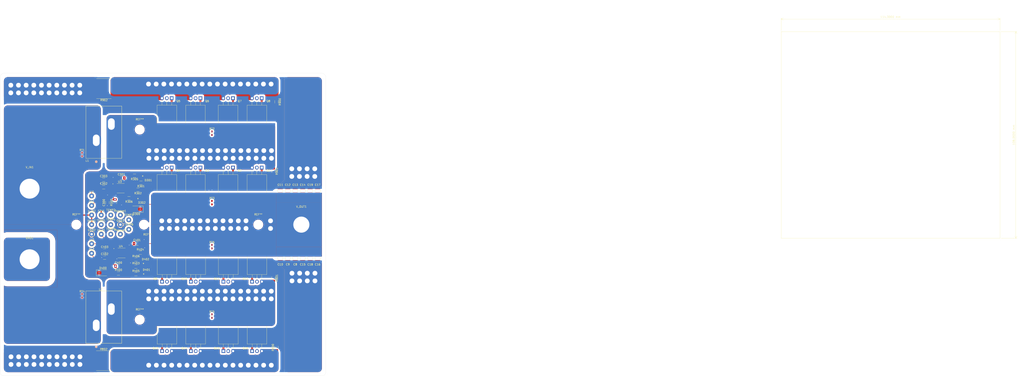
<source format=kicad_pcb>
(kicad_pcb (version 20221018) (generator pcbnew)
  (layers (0 "F.Cu" signal) (1 "In1.Cu" power) (2 "In2.Cu" signal) (31 "B.Cu" power) (34 "B.Paste" user) (35 "F.Paste" user) (36 "B.SilkS" user "B.Silkscreen") (37 "F.SilkS" user "F.Silkscreen") (38 "B.Mask" user) (39 "F.Mask" user) (44 "Edge.Cuts" user))
  (net 0 "")
  (net 1 "Vout")
  (net 2 "GND")
  (net 3 "Vin")
  (net 4 "/HO1")
  (net 5 "/LO1")
  (net 6 "/HO2")
  (net 7 "/LO2")
  (net 8 "Net-(U3-HO)")
  (net 9 "Net-(U3-LO)")
  (net 10 "/HL1")
  (net 11 "/LL1")
  (net 12 "/HL2")
  (net 13 "/LL2")
  (net 14 "/Rsense1")
  (net 15 "Net-(Q1-S)")
  (net 16 "Net-(Q10-S)")
  (net 17 "/12V")
  (net 18 "Net-(D300-K)")
  (net 19 "Net-(D400-K)")
  (net 20 "Net-(D300-A)")
  (net 21 "Net-(D400-A)")
  (net 22 "Net-(D301-K)")
  (net 23 "Net-(D302-K)")
  (net 24 "Net-(D401-K)")
  (net 25 "Net-(D402-K)")
  (net 26 "/Rsense2")
  (net 27 "Net-(U4-HO)")
  (net 28 "Net-(U4-LO)")
  (net 29 "Net-(RT1-Pad2)")
  (net 30 "Net-(RT2-Pad2)")
  (net 31 "Net-(RT3-Pad1)")
  (net 32 "Net-(RT5-Pad1)")
  (net 33 "Net-(RT4-Pad1)")
  (net 34 "Net-(RT6-Pad1)")
  (footprint "Resistor_SMD:R_1206_3216Metric_Pad1.30x1.75mm_HandSolder" (layer "F.Cu") (at 167.7 186.9 180)
    (fp_text reference "R405")
    (fp_text value "2.2")
  )
  (footprint "Resistor_SMD:R_1206_3216Metric_Pad1.30x1.75mm_HandSolder" (layer "F.Cu") (at 158.6 186.5)
    (fp_text reference "R400")
    (fp_text value "49.9")
  )
  (footprint "Resistor_SMD:R_1206_3216Metric_Pad1.30x1.75mm_HandSolder" (layer "F.Cu") (at 156.8 149.4 90)
    (fp_text reference "R300")
    (fp_text value "49.9")
  )
  (footprint "MountingHole:MountingHole_4.3mm_M4" (layer "F.Cu") (at 231.6 161)
    (fp_text reference "REF**")
    (fp_text value "MountingHole_4.3mm_M4")
  )
  (footprint "Capacitor_SMD:C_1206_3216Metric_Pad1.33x1.80mm_HandSolder" (layer "F.Cu") (at 151.385 178.2)
    (fp_text reference "C402")
    (fp_text value "33pF")
  )
  (footprint "TestPoint:TestPoint_THTPad_D2.5mm_Drill1.2mm" (layer "F.Cu") (at 154.6 161 90)
    (fp_text reference "TEMP4")
    (fp_text value "MountingHole_Pad")
  )
  (footprint "Capacitor_SMD:C_1210_3225Metric_Pad1.33x2.70mm_HandSolder" (layer "F.Cu") (at 247 178.6375 -90)
    (fp_text reference "C9")
    (fp_text value "10uF")
  )
  (footprint "Capacitor_SMD:C_1210_3225Metric_Pad1.33x2.70mm_HandSolder" (layer "F.Cu") (at 258.7 143.3375 90)
    (fp_text reference "C19")
    (fp_text value "0.1uF")
  )
  (footprint "SnapEDA Library:TO-220-3_Horizontal_TabDown no hole" (layer "F.Cu") (at 201.4 131.1875 180)
    (fp_text reference "Q3")
    (fp_text value "NMOS")
  )
  (footprint "Resistor_SMD:R_1206_3216Metric_Pad1.30x1.75mm_HandSolder" (layer "F.Cu") (at 164.1 147.2 180)
    (fp_text reference "R306")
    (fp_text value "2.2")
  )
  (footprint "SnapEDA Library:PSR500HTQFB0L10" (layer "F.Cu") (at 150.9 232.1 180)
    (fp_text reference "R802")
    (fp_text value "0.0001")
  )
  (footprint "TestPoint:TestPoint_THTPad_D2.5mm_Drill1.2mm" (layer "F.Cu") (at 159.6 166)
    (fp_text reference "Rsense2")
    (fp_text value "MountingHole_Pad")
  )
  (footprint "Capacitor_SMD:C_1206_3216Metric_Pad1.33x1.80mm_HandSolder" (layer "F.Cu") (at 158.6 182.7 180)
    (fp_text reference "C400")
    (fp_text value "22uF")
  )
  (footprint "TestPoint:TestPoint_THTPad_D2.5mm_Drill1.2mm" (layer "F.Cu") (at 164 158.5 90)
    (fp_text reference "TEMP3")
    (fp_text value "MountingHole_Pad")
  )
  (footprint "TestPoint:TestPoint_THTPad_D2.5mm_Drill1.2mm" (layer "F.Cu") (at 149.6 166)
    (fp_text reference "Vout1")
    (fp_text value "MountingHole_Pad")
  )
  (footprint "Resistor_SMD:R_1206_3216Metric_Pad1.30x1.75mm_HandSolder" (layer "F.Cu") (at 241.1 96.8 -90)
    (fp_text reference "R900")
    (fp_text value "1k")
  )
  (footprint "SnapEDA Library:TO-220-3_Horizontal_TabDown no hole" (layer "F.Cu") (at 186.4 94.8875 180)
    (fp_text reference "Q5")
    (fp_text value "NMOS")
  )
  (footprint "SnapEDA Library:TO-220-3_Horizontal_TabDown no hole" (layer "F.Cu") (at 218.4 94.9 180)
    (fp_text reference "Q7")
    (fp_text value "NMOS")
  )
  (footprint "TestPoint:TestPoint_THTPad_D2.5mm_Drill1.2mm" (layer "F.Cu") (at 149.6 161)
    (fp_text reference "TEMP1")
    (fp_text value "MountingHole_Pad")
  )
  (footprint "TestPoint:TestPoint_THTPad_D2.5mm_Drill1.2mm" (layer "F.Cu") (at 144.6 166)
    (fp_text reference "GND2")
    (fp_text value "MountingHole_Pad")
  )
  (footprint "TestPoint:TestPoint_THTPad_D2.5mm_Drill1.2mm" (layer "F.Cu") (at 159.6 161)
    (fp_text reference "GND3")
    (fp_text value "MountingHole_Pad")
  )
  (footprint "SnapEDA Library:TO-220-3_Horizontal_TabDown no hole" (layer "F.Cu") (at 233.4 131.1875 180)
    (fp_text reference "Q1")
    (fp_text value "NMOS")
  )
  (footprint "SnapEDA Library:MBRM130LT1G" (layer "F.Cu") (at 173.049 187.55)
    (fp_text reference "D401")
    (fp_text value "MBRM130LT1G" hide)
  )
  (footprint "MountingHole:MountingHole_8.4mm_M8_Pad_TopBottom" (layer "F.Cu") (at 112.2 179.1)
    (fp_text reference "GND1")
    (fp_text value "MountingHole_Pad")
  )
  (footprint "Capacitor_SMD:C_1206_3216Metric_Pad1.33x1.80mm_HandSolder" (layer "F.Cu") (at 151.4 174.5)
    (fp_text reference "C403")
    (fp_text value "33pF")
  )
  (footprint "Resistor_SMD:R_1206_3216Metric_Pad1.30x1.75mm_HandSolder" (layer "F.Cu") (at 239.5 188.9 90)
    (fp_text reference "R801")
    (fp_text value "1k")
  )
  (footprint "TestPoint:TestPoint_THTPad_D2.5mm_Drill1.2mm" (layer "F.Cu") (at 144.6 156)
    (fp_text reference "V_IN2")
    (fp_text value "MountingHole_Pad")
  )
  (footprint "SnapEDA Library:TO-220-3_Horizontal_TabDown no hole" (layer "F.Cu") (at 218.4 131.1875 180)
    (fp_text reference "Q2")
    (fp_text value "NMOS")
  )
  (footprint "TestPoint:TestPoint_THTPad_D2.5mm_Drill1.2mm" (layer "F.Cu") (at 144.6 146)
    (fp_text reference "LL1")
    (fp_text value "MountingHole_Pad")
  )
  (footprint "TestPoint:TestPoint_THTPad_D2.5mm_Drill1.2mm" (layer "F.Cu") (at 164 163.5 90)
    (fp_text reference "TEMP6")
    (fp_text value "MountingHole_Pad")
  )
  (footprint "Resistor_SMD:R_0603_1608Metric_Pad0.98x0.95mm_HandSolder" (layer "F.Cu") (at 207.4 113.2 -90)
    (fp_text reference "RT2")
    (fp_text value "36.5k")
  )
  (footprint "MountingHole:MountingHole_8.4mm_M8_Pad_TopBottom" (layer "F.Cu") (at 112.2 142.2)
    (fp_text reference "V_IN1")
    (fp_text value "MountingHole_Pad")
  )
  (footprint "TestPoint:TestPoint_THTPad_D2.5mm_Drill1.2mm" (layer "F.Cu") (at 154.6 166 90)
    (fp_text reference "TEMP5")
    (fp_text value "MountingHole_Pad")
  )
  (footprint "TestPoint:TestPoint_THTPad_D2.5mm_Drill1.2mm" (layer "F.Cu") (at 149.6 156)
    (fp_text reference "12V1")
    (fp_text value "MountingHole_Pad")
  )
  (footprint "Capacitor_SMD:C_1210_3225Metric_Pad1.33x2.70mm_HandSolder" (layer "F.Cu") (at 254.8 178.6375 -90)
    (fp_text reference "C15")
    (fp_text value "10uF")
  )
  (footprint "MountingHole:MountingHole_4.3mm_M4" (layer "F.Cu") (at 169.7 111.3)
    (fp_text reference "REF**")
    (fp_text value "MountingHole_4.3mm_M4")
  )
  (footprint "Resistor_SMD:R_0603_1608Metric_Pad0.98x0.95mm_HandSolder" (layer "F.Cu") (at 139.6 198.2 -90)
    (fp_text reference "RT4")
    (fp_text value "36.5k")
  )
  (footprint "Capacitor_SMD:C_1210_3225Metric_Pad1.33x2.70mm_HandSolder" (layer "F.Cu") (at 250.9 178.6375 -90)
    (fp_text reference "C8")
    (fp_text value "10uF")
  )
  (footprint "Capacitor_SMD:C_1210_3225Metric_Pad1.33x2.70mm_HandSolder" (layer "F.Cu") (at 262.6 143.3375 90)
    (fp_text reference "C17")
    (fp_text value "0.1uF")
  )
  (footprint "SnapEDA Library:TO-220-3_Horizontal_TabDown no hole" (layer "F.Cu") (at 196.4 227.1125)
    (fp_text reference "Q14")
    (fp_text value "NMOS")
  )
  (footprint "TestPoint:TestPoint_THTPad_D2.5mm_Drill1.2mm" (layer "F.Cu") (at 159.6 156)
    (fp_text reference "Rsense1")
    (fp_text value "MountingHole_Pad")
  )
  (footprint "Capacitor_SMD:C_1210_3225Metric_Pad1.33x2.70mm_HandSolder" (layer "F.Cu") (at 254.8 143.3375 90)
    (fp_text reference "C14")
    (fp_text value "10uF")
  )
  (footprint "MountingHole:MountingHole_4.3mm_M4" (layer "F.Cu") (at 169.7 210.7)
    (fp_text reference "REF**")
    (fp_text value "MountingHole_4.3mm_M4")
  )
  (footprint "Capacitor_SMD:C_1206_3216Metric_Pad1.33x1.80mm_HandSolder" (layer "F.Cu") (at 150.8875 137.5)
    (fp_text reference "C303")
    (fp_text value "33pF")
  )
  (footprint "MountingHole:MountingHole_4.3mm_M4" (layer "F.Cu") (at 171.9 161)
    (fp_text reference "REF**")
    (fp_text value "MountingHole_4.3mm_M4")
  )
  (footprint "SnapEDA Library:MBRM130LT1G" (layer "F.Cu") (at 172.949 182.05)
    (fp_text reference "D402")
    (fp_text value "MBRM130LT1G" hide)
  )
  (footprint "Diode_SMD:D_SMA" (layer "F.Cu") (at 150.5 186.2)
    (fp_text reference "D400")
    (fp_text value "BYG20J-E3/TR")
  )
  (footprint "TestPoint:TestPoint_THTPad_D2.5mm_Drill1.2mm" (layer "F.Cu") (at 144.6 176)
    (fp_text reference "HL2")
    (fp_text value "MountingHole_Pad")
  )
  (footprint "SnapEDA Library:MBRM130LT1G" (layer "F.Cu") (at 170.049 148.15)
    (fp_text reference "D302")
    (fp_text value "MBRM130LT1G" hide)
  )
  (footprint "Capacitor_SMD:C_1210_3225Metric_Pad1.33x2.70mm_HandSolder" (layer "F.Cu") (at 262.6 178.6375 -90)
    (fp_text reference "C16")
    (fp_text value "0.1uF")
  )
  (footprint "Capacitor_SMD:C_1210_3225Metric_Pad1.33x2.70mm_HandSolder" (layer "F.Cu") (at 243.1 143.3375 90)
    (fp_text reference "C11")
    (fp_text value "10uF")
  )
  (footprint "Resistor_SMD:R_1206_3216Metric_Pad1.30x1.75mm_HandSolder" (layer "F.Cu") (at 170.35 139.1 180)
    (fp_text reference "R301")
    (fp_text value "3.3")
  )
  (footprint "TestPoint:TestPoint_THTPad_D2.5mm_Drill1.2mm" (layer "F.Cu") (at 154.6 156 90)
    (fp_text reference "TEMP2")
    (fp_text value "MountingHole_Pad")
  )
  (footprint "MountingHole:MountingHole_4.3mm_M4" (layer "F.Cu") (at 136.6 161)
    (fp_text reference "REF**")
    (fp_text value "MountingHole_4.3mm_M4")
  )
  (footprint "SnapEDA Library:EDITED-IND_IHDM1107BBEVR47M20_VIS" (layer "F.Cu") (at 146.982452 213.645099 90)
    (fp_text reference "L2")
    (fp_text value "470nH")
  )
  (footprint "Resistor_SMD:R_1206_3216Metric_Pad1.30x1.75mm_HandSolder" (layer "F.Cu") (at 168.8 142.8 180)
    (fp_text reference "R302")
    (fp_text value "3.3")
  )
  (footprint "SnapEDA Library:TO-220-3_Horizontal_TabDown no hole" (layer "F.Cu") (at 233.4 94.9 180)
    (fp_text reference "Q8")
    (fp_text value "NMOS")
  )
  (footprint "TestPoint:TestPoint_THTPad_D2.5mm_Drill1.2mm" (layer "F.Cu") (at 144.6 151)
    (fp_text reference "HL1")
    (fp_text value "MountingHole_Pad")
  )
  (footprint "Diode_SMD:D_SMA" (layer "F.Cu") (at 168 152.9 180)
    (fp_text reference "D300")
    (fp_text value "BYG20J-E3/TR")
  )
  (footprint "MountingHole:MountingHole_8.4mm_M8_Pad_TopBottom" (layer "F.Cu") (at 254.1 161)
    (fp_text reference "V_OUT1")
    (fp_text value "MountingHole_Pad")
  )
  (footprint "SnapEDA Library:TO-220-3_Horizontal_TabDown no hole" (layer "F.Cu") (at 201.4 94.9 180)
    (fp_text reference "Q6")
    (fp_text value "NMOS")
  )
  (footprint "Resistor_SMD:R_1206_3216Metric_Pad1.30x1.75mm_HandSolder" (layer "F.Cu") (at 167.75 179.2 180)
    (fp_text reference "R406")
    (fp_text value "2.2")
  )
  (footprint "TestPoint:TestPoint_THTPad_D2.5mm_Drill1.2mm" (layer "F.Cu") (at 144.6 171)
    (fp_text reference "LL2")
    (fp_text value "MountingHole_Pad")
  )
  (footprint "SnapEDA Library:TO-220-3_Horizontal_TabDown no hole" (layer "F.Cu") (at 213.4 190.8)
    (fp_text reference "Q11")
    (fp_text value "NMOS")
  )
  (footprint "SnapEDA Library:TO-220-3_Horizontal_TabDown no hole" (layer "F.Cu") (at 228.4 227.1125)
    (fp_text reference "Q16")
    (fp_text value "NMOS")
  )
  (footprint "SnapEDA Library:TO-220-3_Horizontal_TabDown no hole" (layer "F.Cu") (at 196.4 190.8)
    (fp_text reference "Q10")
    (fp_text value "NMOS")
  )
  (footprint "Resistor_SMD:R_0603_1608Metric_Pad0.98x0.95mm_HandSolder" (layer "F.Cu") (at 207.4 149.5 -90)
    (fp_text reference "RT3")
    (fp_text value "36.5k")
  )
  (footprint "Resistor_SMD:R_0603_1608Metric_Pad0.98x0.95mm_HandSolder" (layer "F.Cu") (at 207.4 172.5 -90)
    (fp_text reference "RT6")
    (fp_text value "36.5k")
  )
  (footprint "Resistor_SMD:R_0603_1608Metric_Pad0.98x0.95mm_HandSolder" (layer "F.Cu") (at 139.6 124.3 -90)
    (fp_text reference "RT1")
    (fp_text value "36.5k")
  )
  (footprint "Resistor_SMD:R_1206_3216Metric_Pad1.30x1.75mm_HandSolder" (layer "F.Cu") (at 241.1 225.2 90)
    (fp_text reference "R800")
    (fp_text value "1k")
  )
  (footprint "SnapEDA Library:TO-220-3_Horizontal_TabDown no hole" (layer "F.Cu") (at 181.4 190.8)
    (fp_text reference "Q9")
    (fp_text value "NMOS")
  )
  (footprint "TestPoint:TestPoint_THTPad_D2.5mm_Drill1.2mm" (layer "F.Cu") (at 144.6 161)
    (fp_text reference "Vcap1")
    (fp_text value "MountingHole_Pad")
  )
  (footprint "SnapEDA Library:PSR500HTQFB0L10" (layer "F.Cu") (at 151 89.9 180)
    (fp_text reference "R902")
    (fp_text value "0.0001")
  )
  (footprint "Resistor_SMD:R_1206_3216Metric_Pad1.30x1.75mm_HandSolder" (layer "F.Cu") (at 170 175.7 180)
    (fp_text reference "R404")
    (fp_text value "3.3")
  )
  (footprint "Resistor_SMD:R_1206_3216Metric_Pad1.30x1.75mm_HandSolder" (layer "F.Cu") (at 167 135.4 180)
    (fp_text reference "R305")
    (fp_text value "2.2")
  )
  (footprint "Resistor_SMD:R_1206_3216Metric_Pad1.30x1.75mm_HandSolder" (layer "F.Cu") (at 167.7 182.9 180)
    (fp_text reference "R403")
    (fp_text value "3.3")
  )
  (footprint "SnapEDA Library:SOIC127P599X175-8N" (layer "F.Cu") (at 160.255 175.805)
    (fp_text reference "U4")
    (fp_text value "UCC27712DR")
  )
  (footprint "Capacitor_SMD:C_1206_3216Metric_Pad1.33x1.80mm_HandSolder" (layer "F.Cu") (at 152.8 149.5 90)
    (fp_text reference "C300")
    (fp_text value "22uF")
  )
  (footprint "Capacitor_SMD:C_1210_3225Metric_Pad1.33x2.70mm_HandSolder" (layer "F.Cu") (at 258.7 178.6375 -90)
    (fp_text reference "C18")
    (fp_text value "0.1uF")
  )
  (footprint "Capacitor_SMD:C_1210_3225Metric_Pad1.33x2.70mm_HandSolder" (layer "F.Cu") (at 250.9 143.3375 90)
    (fp_text reference "C13")
    (fp_text value "10uF")
  )
  (footprint "Capacitor_SMD:C_1206_3216Metric_Pad1.33x1.80mm_HandSolder" (layer "F.Cu") (at 150.8875 141.4)
    (fp_text reference "C302")
    (fp_text value "33pF")
  )
  (footprint "SnapEDA Library:TO-220-3_Horizontal_TabDown no hole" (layer "F.Cu") (at 186.4 131.1875 180)
    (fp_text reference "Q4")
    (fp_text value "NMOS")
  )
  (footprint "SnapEDA Library:MBRM130LT1G" (layer "F.Cu") (at 172.549 136.35)
    (fp_text reference "D301")
    (fp_text value "MBRM130LT1G" hide)
  )
  (footprint "Capacitor_SMD:C_1206_3216Metric_Pad1.33x1.80mm_HandSolder" (layer "F.Cu") (at 168.3 170.9)
    (fp_text reference "C401")
    (fp_text value "2.2uF")
  )
  (footprint "SnapEDA Library:TO-220-3_Horizontal_TabDown no hole" (layer "F.Cu") (at 213.4 227.1125)
    (fp_text reference "Q15")
    (fp_text value "NMOS")
  )
  (footprint "SnapEDA Library:TO-220-3_Horizontal_TabDown no hole" (layer "F.Cu") (at 228.4 190.8)
    (fp_text reference "Q12")
    (fp_text value "NMOS")
  )
  (footprint "Capacitor_SMD:C_1206_3216Metric_Pad1.33x1.80mm_HandSolder" (layer "F.Cu") (at 160.1 136.6 180)
    (fp_text reference "C301")
    (fp_text value "2.2uF")
  )
  (footprint "SnapEDA Library:TO-220-3_Horizontal_TabDown no hole" (layer "F.Cu") (at 181.4 227.1125)
    (fp_text reference "Q13")
    (fp_text value "NMOS")
  )
  (footprint "SnapEDA Library:SOIC127P599X175-8N" (layer "F.Cu") (at 159.755 142)
    (fp_text reference "U3")
    (fp_text value "UCC27712DR")
  )
  (footprint "Capacitor_SMD:C_1210_3225Metric_Pad1.33x2.70mm_HandSolder" (layer "F.Cu") (at 247 143.3375 90)
    (fp_text reference "C12")
    (fp_text value "10uF")
  )
  (footprint "SnapEDA Library:EDITED-IND_IHDM1107BBEVR47M20_VIS" (layer "F.Cu") (at 147.000001 116.899998 90)
    (fp_text reference "L1")
    (fp_text value "470nH")
  )
  (footprint "Capacitor_SMD:C_1210_3225Metric_Pad1.33x2.70mm_HandSolder" (layer "F.Cu") (at 243.1 178.6375 -90)
    (fp_text reference "C10")
    (fp_text value "10uF")
  )
  (footprint "Resistor_SMD:R_1206_3216Metric_Pad1.30x1.75mm_HandSolder" (layer "F.Cu") (at 239.5 133.1 -90)
    (fp_text reference "R901")
    (fp_text value "1k")
  )
  (footprint "Resistor_SMD:R_0603_1608Metric_Pad0.98x0.95mm_HandSolder" (layer "F.Cu") (at 207.4 208.8 -90)
    (fp_text reference "RT5")
    (fp_text value "36.5k")
  )
  (gr_line (start 504.6 60.1) (end 504.6 168.1) (stroke (width 0.1)) (layer "F.SilkS"))
  (gr_line (start 504.6 168.1) (end 618.9 168.1) (stroke (width 0.1)) (layer "F.SilkS"))
  (gr_line (start 618.9 60.1) (end 618.9 168.1) (stroke (width 0.1)) (layer "F.SilkS"))
  (gr_line (start 504.6 60.1) (end 618.9 60.1) (stroke (width 0.1)) (layer "F.SilkS"))
  (gr_line (start 264.8 81.9) (end 98.8 81.9) (stroke (width 0.05)) (layer "Edge.Cuts"))
  (gr_arc (start 96.8 83.9) (mid 97.385786 82.485786) (end 98.8 81.9) (stroke (width 0.05)) (layer "Edge.Cuts"))
  (gr_line (start 98.8 240.1) (end 264.8 240.1) (stroke (width 0.05)) (layer "Edge.Cuts"))
  (gr_arc (start 266.8 238.1) (mid 266.214214 239.514214) (end 264.8 240.1) (stroke (width 0.05)) (layer "Edge.Cuts"))
  (gr_line (start 96.8 83.9) (end 96.8 238.1) (stroke (width 0.05)) (layer "Edge.Cuts"))
  (gr_arc (start 98.8 240.1) (mid 97.385785 239.514214) (end 96.8 238.1) (stroke (width 0.05)) (layer "Edge.Cuts"))
  (gr_arc (start 264.8 81.9) (mid 266.214213 82.485787) (end 266.8 83.9) (stroke (width 0.05)) (layer "Edge.Cuts"))
  (gr_line (start 266.8 238.1) (end 266.8 83.9) (stroke (width 0.05)) (layer "Edge.Cuts"))
  (dimension (type aligned) (layer "F.SilkS") (pts (xy 504.6 60.1) (xy 618.9 60.1)) (height -6.6) (gr_text "114.3000 mm" (at 561.75 52.4) (layer "F.SilkS") (effects (font (size 1 1) (thickness 0.1)))) (format (prefix "") (suffix "") (units 3) (units_format 1) (precision 4)) (style (thickness 0.1) (arrow_length 1.27) (text_position_mode 0) (extension_height 0.58642) (extension_offset 0.5) keep_text_aligned))
  (dimension (type aligned) (layer "F.SilkS") (pts (xy 618.9 168.1) (xy 618.9 60.1)) (height 8.3) (gr_text "108.0000 mm" (at 626.1 114.1 90) (layer "F.SilkS") (effects (font (size 1 1) (thickness 0.1)))) (format (prefix "") (suffix "") (units 3) (units_format 1) (precision 4)) (style (thickness 0.1) (arrow_length 1.27) (text_position_mode 0) (extension_height 0.58642) (extension_offset 0.5) keep_text_aligned))
  (segment (start 161.8 170.4) (end 164.3 167.9) (width 0.25) (layer "F.Cu") (net 1))
  (segment (start 185 150.3875) (end 161.8875 150.3875) (width 0.25) (layer "F.Cu") (net 1))
  (segment (start 169.8625 170.9) (end 169.8625 171.1375) (width 0.25) (layer "F.Cu") (net 1))
  (segment (start 160.455 142.635) (end 162.225 142.635) (width 0.25) (layer "F.Cu") (net 1))
  (segment (start 161.8875 150.3875) (end 159.8 148.3) (width 0.25) (layer "F.Cu") (net 1))
  (segment (start 169.8625 171.1375) (end 168 173) (width 0.25) (layer "F.Cu") (net 1))
  (segment (start 168 173) (end 167.05 173) (width 0.25) (layer "F.Cu") (net 1))
  (segment (start 159.8 143.2) (end 160.365 142.635) (width 0.25) (layer "F.Cu") (net 1))
  (segment (start 167.05 173) (end 163.61 176.44) (width 0.25) (layer "F.Cu") (net 1))
  (segment (start 163.61 176.44) (end 162.725 176.44) (width 0.25) (layer "F.Cu") (net 1))
  (segment (start 169.8625 168.9625) (end 169.8625 170.9) (width 0.25) (layer "F.Cu") (net 1))
  (segment (start 164.3 167.9) (end 168.8 167.9) (width 0.25) (layer "F.Cu") (net 1))
  (segment (start 168.8 167.9) (end 169.8625 168.9625) (width 0.25) (layer "F.Cu") (net 1))
  (segment (start 177.4 172.5) (end 185.9 172.5) (width 0.25) (layer "F.Cu") (net 1))
  (segment (start 149.6 166) (end 149.6 166.5) (width 0.25) (layer "F.Cu") (net 1))
  (segment (start 158.5375 136.6) (end 158.5375 137.9375) (width 0.25) (layer "F.Cu") (net 1))
  (segment (start 159.8 148.3) (end 159.8 143.2) (width 0.25) (layer "F.Cu") (net 1))
  (segment (start 158.5375 137.9375) (end 159.785 139.185) (width 0.25) (layer "F.Cu") (net 1))
  (segment (start 169.8625 170.9) (end 175.8 170.9) (width 0.25) (layer "F.Cu") (net 1))
  (segment (start 185.9 149.4875) (end 185 150.3875) (width 0.25) (layer "F.Cu") (net 1))
  (segment (start 153.5 170.4) (end 161.8 170.4) (width 0.25) (layer "F.Cu") (net 1))
  (segment (start 175.8 170.9) (end 177.4 172.5) (width 0.25) (layer "F.Cu") (net 1))
  (segment (start 159.785 139.185) (end 159.785 141.965) (width 0.25) (layer "F.Cu") (net 1))
  (segment (start 159.785 141.965) (end 160.455 142.635) (width 0.25) (layer "F.Cu") (net 1))
  (segment (start 149.6 166.5) (end 153.5 170.4) (width 0.25) (layer "F.Cu") (net 1))
  (segment (start 160.365 142.635) (end 160.455 142.635) (width 0.25) (layer "F.Cu") (net 1))
  (via (at 225.2 159) (size 3.5) (drill 2.5) (layers "F.Cu" "B.Cu") (net 1))
  (via (at 189.2 163) (size 3.5) (drill 2.5) (layers "F.Cu" "B.Cu") (net 1))
  (via (at 181.2 163) (size 3.5) (drill 2.5) (layers "F.Cu" "B.Cu") (net 1))
  (via (at 205.2 163) (size 3.5) (drill 2.5) (layers "F.Cu" "B.Cu") (net 1))
  (via (at 185.2 159) (size 3.5) (drill 2.5) (layers "F.Cu" "B.Cu") (net 1))
  (via (at 238 159) (size 3.5) (drill 2.5) (layers "F.Cu" "B.Cu") (net 1))
  (via (at 217.2 163) (size 3.5) (drill 2.5) (layers "F.Cu" "B.Cu") (net 1))
  (via (at 217.2 159) (size 3.5) (drill 2.5) (layers "F.Cu" "B.Cu") (net 1))
  (via (at 213.2 159) (size 3.5) (drill 2.5) (layers "F.Cu" "B.Cu") (net 1))
  (via (at 201.2 163) (size 3.5) (drill 2.5) (layers "F.Cu" "B.Cu") (net 1))
  (via (at 193.2 159) (size 3.5) (drill 2.5) (layers "F.Cu" "B.Cu") (net 1))
  (via (at 197.2 163) (size 3.5) (drill 2.5) (layers "F.Cu" "B.Cu") (net 1))
  (via (at 201.2 159) (size 3.5) (drill 2.5) (layers "F.Cu" "B.Cu") (net 1))
  (via (at 221.2 163) (size 3.5) (drill 2.5) (layers "F.Cu" "B.Cu") (net 1))
  (via (at 205.2 159) (size 3.5) (drill 2.5) (layers "F.Cu" "B.Cu") (net 1))
  (via (at 185.2 163) (size 3.5) (drill 2.5) (layers "F.Cu" "B.Cu") (net 1))
  (via (at 209.2 163) (size 3.5) (drill 2.5) (layers "F.Cu" "B.Cu") (net 1))
  (via (at 186.1 161) (size 0.8) (drill 0.4) (layers "F.Cu" "B.Cu") (net 1))
  (via (at 238 163) (size 3.5) (drill 2.5) (layers "F.Cu" "B.Cu") (net 1))
  (via (at 221.2 159) (size 3.5) (drill 2.5) (layers "F.Cu" "B.Cu") (net 1))
  (via (at 189.2 159) (size 3.5) (drill 2.5) (layers "F.Cu" "B.Cu") (net 1))
  (via (at 213.2 163) (size 3.5) (drill 2.5) (layers "F.Cu" "B.Cu") (net 1))
  (via (at 225.2 163) (size 3.5) (drill 2.5) (layers "F.Cu" "B.Cu") (net 1))
  (via (at 197.2 159) (size 3.5) (drill 2.5) (layers "F.Cu" "B.Cu") (net 1))
  (via (at 181.2 159) (size 3.5) (drill 2.5) (layers "F.Cu" "B.Cu") (net 1))
  (via (at 209.2 159) (size 3.5) (drill 2.5) (layers "F.Cu" "B.Cu") (net 1))
  (via (at 193.2 163) (size 3.5) (drill 2.5) (layers "F.Cu" "B.Cu") (net 1))
  (segment (start 157.285 145.585) (end 157.3 145.6) (width 0.25) (layer "F.Cu") (net 2))
  (segment (start 157.285 143.905) (end 157.285 145.585) (width 0.25) (layer "F.Cu") (net 2))
  (segment (start 157.785 178.885) (end 157.785 177.71) (width 0.25) (layer "F.Cu") (net 2))
  (segment (start 157.785 178.885) (end 160.1625 181.2625) (width 0.25) (layer "F.Cu") (net 2))
  (segment (start 149.325 139.4575) (end 149.325 141.4) (width 0.25) (layer "F.Cu") (net 2))
  (segment (start 149.3025 140.4875) (end 149.325 140.465) (width 0.25) (layer "F.Cu") (net 2))
  (segment (start 149.3025 139.435) (end 149.3025 137.5225) (width 0.25) (layer "F.Cu") (net 2))
  (segment (start 160.1625 181.2625) (end 160.1625 182.7) (width 0.25) (layer "F.Cu") (net 2))
  (via (at 152.8 151.0625) (size 0.5) (drill 0.3) (layers "F.Cu" "B.Cu") (net 2))
  (via (at 139.6 199.1125) (size 0.5) (drill 0.3) (layers "F.Cu" "B.Cu") (net 2))
  (via (at 164.9 181) (size 0.5) (drill 0.3) (layers "F.Cu" "B.Cu") (net 2))
  (via (at 207.4 209.7125) (size 0.5) (drill 0.3) (layers "F.Cu" "B.Cu") (net 2))
  (via (at 130.4 88.1) (size 3.5) (drill 2.5) (layers "F.Cu" "B.Cu") (net 2))
  (via (at 102.4 92.1) (size 3.5) (drill 2.5) (layers "F.Cu" "B.Cu") (net 2))
  (via (at 160.2 150.7) (size 0.5) (drill 0.3) (layers "F.Cu" "B.Cu") (net 2))
  (via (at 157.3 145.6) (size 0.5) (drill 0.3) (layers "F.Cu" "B.Cu") (net 2))
  (via (at 172.3 173.1) (size 0.5) (drill 0.3) (layers "F.Cu" "B.Cu") (net 2))
  (via (at 110.5 230.1) (size 3.5) (drill 2.5) (layers "F.Cu" "B.Cu") (net 2))
  (via (at 207.4 173.4125) (size 0.5) (drill 0.3) (layers "F.Cu" "B.Cu") (net 2))
  (via (at 138.4 88.1) (size 3.5) (drill 2.5) (layers "F.Cu" "B.Cu") (net 2))
  (via (at 126.5 234.1) (size 3.5) (drill 2.5) (layers "F.Cu" "B.Cu") (net 2))
  (via (at 152.9 145.5) (size 0.5) (drill 0.3) (layers "F.Cu" "B.Cu") (net 2))
  (via (at 122.4 88.1) (size 3.5) (drill 2.5) (layers "F.Cu" "B.Cu") (net 2))
  (via (at 106.4 88.1) (size 3.5) (drill 2.5) (layers "F.Cu" "B.Cu") (net 2))
  (via (at 164.2 171.7) (size 0.5) (drill 0.3) (layers "F.Cu" "B.Cu") (net 2))
  (via (at 122.5 230.1) (size 3.5) (drill 2.5) (layers "F.Cu" "B.Cu") (net 2))
  (via (at 172 168.8) (size 0.5) (drill 0.3) (layers "F.Cu" "B.Cu") (net 2))
  (via (at 130.5 230.1) (size 3.5) (drill 2.5) (layers "F.Cu" "B.Cu") (net 2))
  (via (at 149.8225 178.2) (size 0.5) (drill 0.3) (layers "F.Cu" "B.Cu") (net 2))
  (via (at 155.8 136.3) (size 0.5) (drill 0.3) (layers "F.Cu" "B.Cu") (net 2))
  (via (at 106.4 92.1) (size 3.5) (drill 2.5) (layers "F.Cu" "B.Cu") (net 2))
  (via (at 110.5 234.1) (size 3.5) (drill 2.5) (layers "F.Cu" "B.Cu") (net 2))
  (via (at 253.2 190.4) (size 3.5) (drill 2.5) (layers "F.Cu" "B.Cu") (net 2))
  (via (at 257.1 135.8) (size 3.5) (drill 2.5) (layers "F.Cu" "B.Cu") (net 2))
  (via (at 126.5 230.1) (size 3.5) (drill 2.5) (layers "F.Cu" "B.Cu") (net 2))
  (via (at 122.4 92.1) (size 3.5) (drill 2.5) (layers "F.Cu" "B.Cu") (net 2))
  (via (at 261.2 190.4) (size 3.5) (drill 2.5) (layers "F.Cu" "B.Cu") (net 2))
  (via (at 261.2 186.4) (size 3.5) (drill 2.5) (layers "F.Cu" "B.Cu") (net 2))
  (via (at 253.2 186.4) (size 3.5) (drill 2.5) (layers "F.Cu" "B.Cu") (net 2))
  (via (at 118.5 230.1) (size 3.5) (drill 2.5) (layers "F.Cu" "B.Cu") (net 2))
  (via (at 122.5 234.1) (size 3.5) (drill 2.5) (layers "F.Cu" "B.Cu") (net 2))
  (via (at 249.2 186.4) (size 3.5) (drill 2.5) (layers "F.Cu" "B.Cu") (net 2))
  (via (at 253.1 135.8) (size 3.5) (drill 2.5) (layers "F.Cu" "B.Cu") (net 2))
  (via (at 261.1 131.8) (size 3.5) (drill 2.5) (layers "F.Cu" "B.Cu") (net 2))
  (via (at 134.4 92.1) (size 3.5) (drill 2.5) (layers "F.Cu" "B.Cu") (net 2))
  (via (at 257.2 186.4) (size 3.5) (drill 2.5) (layers "F.Cu" "B.Cu") (net 2))
  (via (at 114.5 230.1) (size 3.5) (drill 2.5) (layers "F.Cu" "B.Cu") (net 2))
  (via (at 138.4 92.1) (size 3.5) (drill 2.5) (layers "F.Cu" "B.Cu") (net 2))
  (via (at 249.1 131.8) (size 3.5) (drill 2.5) (layers "F.Cu" "B.Cu") (net 2))
  (via (at 106.5 230.1) (size 3.5) (drill 2.5) (layers "F.Cu" "B.Cu") (net 2))
  (via (at 114.4 92.1) (size 3.5) (drill 2.5) (layers "F.Cu" "B.Cu") (net 2))
  (via (at 138.5 230.1) (size 3.5) (drill 2.5) (layers "F.Cu" "B.Cu") (net 2))
  (via (at 139.6 123.3875) (size 0.5) (drill 0.3) (layers "F.Cu" "B.Cu") (net 2))
  (via (at 134.5 234.1) (size 3.5) (drill 2.5) (layers "F.Cu" "B.Cu") (net 2))
  (via (at 126.4 92.1) (size 3.5) (drill 2.5) (layers "F.Cu" "B.Cu") (net 2))
  (via (at 157.785 178.885) (size 0.5) (drill 0.3) (layers "F.Cu" "B.Cu") (net 2))
  (via (at 110.4 92.1) (size 3.5) (drill 2.5) (layers "F.Cu" "B.Cu") (net 2))
  (via (at 207.45 142.85) (size 0.5) (drill 0.3) (layers "F.Cu" "B.Cu") (net 2))
  (via (at 106.5 234.1) (size 3.5) (drill 2.5) (layers "F.Cu" "B.Cu") (net 2))
  (via (at 207.4 112.2875) (size 0.5) (drill 0.3) (layers "F.Cu" "B.Cu") (net 2))
  (via (at 257.2 190.4) (size 3.5) (drill 2.5) (layers "F.Cu" "B.Cu") (net 2))
  (via (at 102.5 230.1) (size 3.5) (drill 2.5) (layers "F.Cu" "B.Cu") (net 2))
  (via (at 118.4 88.1) (size 3.5) (drill 2.5) (layers "F.Cu" "B.Cu") (net 2))
  (via (at 102.5 234.1) (size 3.5) (drill 2.5) (layers "F.Cu" "B.Cu") (net 2))
  (via (at 110.4 88.1) (size 3.5) (drill 2.5) (layers "F.Cu" "B.Cu") (net 2))
  (via (at 102.4 88.1) (size 3.5) (drill 2.5) (layers "F.Cu" "B.Cu") (net 2))
  (via (at 130.5 234.1) (size 3.5) (drill 2.5) (layers "F.Cu" "B.Cu") (net 2))
  (via (at 249.1 135.8) (size 3.5) (drill 2.5) (layers "F.Cu" "B.Cu") (net 2))
  (via (at 114.5 234.1) (size 3.5) (drill 2.5) (layers "F.Cu" "B.Cu") (net 2))
  (via (at 149.3025 139.435) (size 0.5) (drill 0.3) (layers "F.Cu" "B.Cu") (net 2))
  (via (at 134.5 230.1) (size 3.5) (drill 2.5) (layers "F.Cu" "B.Cu") (net 2))
  (via (at 126.4 88.1) (size 3.5) (drill 2.5) (layers "F.Cu" "B.Cu") (net 2))
  (via (at 130.4 92.1) (size 3.5) (drill 2.5) (layers "F.Cu" "B.Cu") (net 2))
  (via (at 114.4 88.1) (size 3.5) (drill 2.5) (layers "F.Cu" "B.Cu") (net 2))
  (via (at 261.1 135.8) (size 3.5) (drill 2.5) (layers "F.Cu" "B.Cu") (net 2))
  (via (at 118.4 92.1) (size 3.5) (drill 2.5) (layers "F.Cu" "B.Cu") (net 2))
  (via (at 253.1 131.8) (size 3.5) (drill 2.5) (layers "F.Cu" "B.Cu") (net 2))
  (via (at 118.5 234.1) (size 3.5) (drill 2.5) (layers "F.Cu" "B.Cu") (net 2))
  (via (at 257.1 131.8) (size 3.5) (drill 2.5) (layers "F.Cu" "B.Cu") (net 2))
  (via (at 249.2 190.4) (size 3.5) (drill 2.5) (layers "F.Cu" "B.Cu") (net 2))
  (via (at 138.5 234.1) (size 3.5) (drill 2.5) (layers "F.Cu" "B.Cu") (net 2))
  (via (at 134.4 88.1) (size 3.5) (drill 2.5) (layers "F.Cu" "B.Cu") (net 2))
  (segment (start 144.6 161) (end 144.6 156) (width 0.6) (layer "F.Cu") (net 3))
  (segment (start 144.6 156) (end 126 156) (width 0.6) (layer "F.Cu") (net 3))
  (segment (start 126 156) (end 112.2 142.2) (width 0.6) (layer "F.Cu") (net 3))
  (segment (start 233.7 134.2) (end 234.15 134.65) (width 0.5) (layer "F.Cu") (net 4))
  (segment (start 186.3 136.5) (end 201.2 136.5) (width 1) (layer "F.Cu") (net 4))
  (segment (start 216 136.5) (end 218.4 134.1) (width 1) (layer "F.Cu") (net 4))
  (segment (start 201.2 136.5) (end 216 136.5) (width 1) (layer "F.Cu") (net 4))
  (segment (start 171.9 139.1) (end 172.5 138.5) (width 0.4) (layer "F.Cu") (net 4))
  (segment (start 177.35 138.5) (end 179.35 136.5) (width 0.4) (layer "F.Cu") (net 4))
  (segment (start 178.25 135.4) (end 179.35 136.5) (width 0.4) (layer "F.Cu") (net 4))
  (segment (start 233.4 134.2) (end 231.1 136.5) (width 1) (layer "F.Cu") (net 4))
  (segment (start 234.15 134.65) (end 239.5 134.65) (width 0.5) (layer "F.Cu") (net 4))
  (segment (start 233.4 134.2) (end 233.7 134.2) (width 0.5) (layer "F.Cu") (net 4))
  (segment (start 172.5 138.5) (end 177.35 138.5) (width 0.4) (layer "F.Cu") (net 4))
  (segment (start 175.5 135.4) (end 178.25 135.4) (width 0.4) (layer "F.Cu") (net 4))
  (segment (start 231.1 136.5) (end 216 136.5) (width 1) (layer "F.Cu") (net 4))
  (segment (start 233.4 134.2) (end 233.4 131.1875) (width 1) (layer "F.Cu") (net 4))
  (segment (start 201.4 134.4) (end 199.3 136.5) (width 1) (layer "F.Cu") (net 4))
  (segment (start 201.4 131.1875) (end 201.4 134.4) (width 1) (layer "F.Cu") (net 4))
  (segment (start 186.4 131.1875) (end 186.4 134.4) (width 1) (layer "F.Cu") (net 4))
  (segment (start 186.3 136.5) (end 179.35 136.5) (width 1) (layer "F.Cu") (net 4))
  (segment (start 218.4 134.1) (end 218.4 131.1875) (width 1) (layer "F.Cu") (net 4))
  (segment (start 186.4 134.4) (end 184.3 136.5) (width 1) (layer "F.Cu") (net 4))
  (segment (start 172.996 147.2) (end 173.04 147.156) (width 0.6) (layer "F.Cu") (net 5))
  (segment (start 241.1 98.35) (end 241.1 102.9) (width 0.5) (layer "F.Cu") (net 5))
  (segment (start 240.9 103.1) (end 239.4 103.1) (width 1) (layer "F.Cu") (net 5))
  (segment (start 173.04 143.86) (end 174.3 142.6) (width 0.4) (layer "F.Cu") (net 5))
  (segment (start 170.35 142.8) (end 174.1 142.8) (width 0.4) (layer "F.Cu") (net 5))
  (segment (start 233.4 100.4) (end 236.1 103.1) (width 1) (layer "F.Cu") (net 5))
  (segment (start 189 103.1) (end 186.4 100.5) (width 1) (layer "F.Cu") (net 5))
  (segment (start 236.1 103.1) (end 221.1 103.1) (width 1) (layer "F.Cu") (net 5))
  (segment (start 186.4 100.5) (end 186.4 94.8875) (width 1) (layer "F.Cu") (net 5))
  (segment (start 233.4 94.9) (end 233.4 100.4) (width 1) (layer "F.Cu") (net 5))
  (segment (start 174.3 142.6) (end 175.8 141.1) (width 1) (layer "F.Cu") (net 5))
  (segment (start 241.1 102.9) (end 240.9 103.1) (width 0.25) (layer "F.Cu") (net 5))
  (segment (start 239.4 103.1) (end 236.1 103.1) (width 1) (layer "F.Cu") (net 5))
  (segment (start 173.04 147.156) (end 173.04 143.86) (width 0.4) (layer "F.Cu") (net 5))
  (segment (start 180 139.3) (end 239.8 139.3) (width 1) (layer "F.Cu") (net 5))
  (segment (start 221.1 103.1) (end 189 103.1) (width 1) (layer "F.Cu") (net 5))
  (segment (start 218.4 100.4) (end 221.1 103.1) (width 1) (layer "F.Cu") (net 5))
  (segment (start 175.8 141.1) (end 178.2 141.1) (width 1) (layer "F.Cu") (net 5))
  (segment (start 201.4 100.5) (end 201.4 94.9) (width 1) (layer "F.Cu") (net 5))
  (segment (start 242.7 136.4) (end 242.7 104.65) (width 1) (layer "F.Cu") (net 5))
  (segment (start 204 103.1) (end 201.4 100.5) (width 1) (layer "F.Cu") (net 5))
  (segment (start 242.7 104.65) (end 241.15 103.1) (width 1) (layer "F.Cu") (net 5))
  (segment (start 178.2 141.1) (end 180 139.3) (width 1) (layer "F.Cu") (net 5))
  (segment (start 174.1 142.8) (end 174.3 142.6) (width 0.6) (layer "F.Cu") (net 5))
  (segment (start 241.15 103.1) (end 239.4 103.1) (width 1) (layer "F.Cu") (net 5))
  (segment (start 218.4 94.9) (end 218.4 100.4) (width 1) (layer "F.Cu") (net 5))
  (segment (start 239.8 139.3) (end 242.7 136.4) (width 1) (layer "F.Cu") (net 5))
  (segment (start 172.225 184) (end 177.80625 184) (width 0.4) (layer "F.Cu") (net 6))
  (segment (start 171.125 182.9) (end 172.225 184) (width 0.4) (layer "F.Cu") (net 6))
  (segment (start 179.30625 185.4875) (end 211 185.4875) (width 1) (layer "F.Cu") (net 6))
  (segment (start 169.25 182.9) (end 171.125 182.9) (width 0.4) (layer "F.Cu") (net 6))
  (segment (start 228.7125 187.7875) (end 228.4 187.7875) (width 0.5) (layer "F.Cu") (net 6))
  (segment (start 179.3 185.49375) (end 179.30625 185.4875) (width 1) (layer "F.Cu") (net 6))
  (segment (start 239.5 187.35) (end 229.15 187.35) (width 0.5) (layer "F.Cu") (net 6))
  (segment (start 196.4 190.80625) (end 196.4 187.59375) (width 1) (layer "F.Cu") (net 6))
  (segment (start 181.4 187.59375) (end 179.3 185.49375) (width 1) (layer "F.Cu") (net 6))
  (segment (start 177.80625 184) (end 179.3 185.49375) (width 0.4) (layer "F.Cu") (net 6))
  (segment (start 196.4 187.59375) (end 194.3 185.49375) (width 1) (layer "F.Cu") (net 6))
  (segment (start 181.4 190.80625) (end 181.4 187.59375) (width 1) (layer "F.Cu") (net 6))
  (segment (start 211 185.4875) (end 226.1 185.4875) (width 1) (layer "F.Cu") (net 6))
  (segment (start 211 185.4875) (end 213.4 187.8875) (width 1) (layer "F.Cu") (net 6))
  (segment (start 229.15 187.35) (end 228.7125 187.7875) (width 0.5) (layer "F.Cu") (net 6))
  (segment (start 226.1 185.4875) (end 228.4 187.7875) (width 1) (layer "F.Cu") (net 6))
  (segment (start 178.19375 186.6) (end 179.3 185.49375) (width 0.4) (layer "F.Cu") (net 6))
  (segment (start 176 186.6) (end 178.19375 186.6) (width 0.4) (layer "F.Cu") (net 6))
  (segment (start 228.4 187.7875) (end 228.4 190.8) (width 1) (layer "F.Cu") (net 6))
  (segment (start 213.4 187.8875) (end 213.4 190.8) (width 1) (layer "F.Cu") (net 6))
  (segment (start 228.4 221.6125) (end 231.1 218.9125) (width 1) (layer "F.Cu") (net 7))
  (segment (start 240.9625 218.9125) (end 234.4 218.9125) (width 1) (layer "F.Cu") (net 7))
  (segment (start 231.1 218.9125) (end 216.1 218.9125) (width 1) (layer "F.Cu") (net 7))
  (segment (start 242.7 217.35) (end 241.1375 218.9125) (width 1) (layer "F.Cu") (net 7))
  (segment (start 181.4 221.6) (end 184.1 218.9) (width 1) (layer "F.Cu") (net 7))
  (segment (start 184.1125 218.9125) (end 201.1 218.9125) (width 1) (layer "F.Cu") (net 7))
  (segment (start 196.4 221.6) (end 199.0875 218.9125) (width 1) (layer "F.Cu") (net 7))
  (segment (start 199.0875 218.9125) (end 201.1 218.9125) (width 1) (layer "F.Cu") (net 7))
  (segment (start 181.4 227.1125) (end 181.4 221.6) (width 1) (layer "F.Cu") (net 7))
  (segment (start 239.7 182.7) (end 242.7 185.7) (width 1) (layer "F.Cu") (net 7))
  (segment (start 196.4 227.1125) (end 196.4 221.6) (width 1) (layer "F.Cu") (net 7))
  (segment (start 177 179.2) (end 179.5125 181.7125) (width 0.4) (layer "F.Cu") (net 7))
  (segment (start 175.05 179.2) (end 177 179.2) (width 0.4) (layer "F.Cu") (net 7))
  (segment (start 184.1 218.9) (end 184.1125 218.9125) (width 1) (layer "F.Cu") (net 7))
  (segment (start 228.4 227.1125) (end 228.4 221.6125) (width 1) (layer "F.Cu") (net 7))
  (segment (start 234.4 218.9125) (end 231.1 218.9125) (width 1) (layer "F.Cu") (net 7))
  (segment (start 175.9 181.1) (end 176.6 181.1) (width 0.4) (layer "F.Cu") (net 7))
  (segment (start 177.2125 181.7125) (end 179.5125 181.7125) (width 0.4) (layer "F.Cu") (net 7))
  (segment (start 216.1 218.9125) (end 201.1 218.9125) (width 1) (layer "F.Cu") (net 7))
  (segment (start 180.5 182.7) (end 239.7 182.7) (width 1) (layer "F.Cu") (net 7))
  (segment (start 242.7 185.7) (end 242.7 217.35) (width 1) (layer "F.Cu") (net 7))
  (segment (start 241.1 223.65) (end 241.1 219.05) (width 0.5) (layer "F.Cu") (net 7))
  (segment (start 213.4 221.6125) (end 216.1 218.9125) (width 1) (layer "F.Cu") (net 7))
  (segment (start 241.1375 218.9125) (end 234.4 218.9125) (width 1) (layer "F.Cu") (net 7))
  (segment (start 179.5125 181.7125) (end 180.5 182.7) (width 1) (layer "F.Cu") (net 7))
  (segment (start 171.55 175.7) (end 175.05 179.2) (width 0.4) (layer "F.Cu") (net 7))
  (segment (start 241.1 219.05) (end 240.9625 218.9125) (width 0.25) (layer "F.Cu") (net 7))
  (segment (start 213.4 227.1125) (end 213.4 221.6125) (width 1) (layer "F.Cu") (net 7))
  (segment (start 176.6 181.1) (end 177.2125 181.7125) (width 0.4) (layer "F.Cu") (net 7))
  (segment (start 166.35 139.1) (end 168.8 139.1) (width 0.4) (layer "F.Cu") (net 8))
  (segment (start 165.45 135.4) (end 165.45 138.225) (width 0.4) (layer "F.Cu") (net 8))
  (segment (start 165.45 138.225) (end 166.325 139.1) (width 0.4) (layer "F.Cu") (net 8))
  (segment (start 162.225 141.365) (end 164.06 141.365) (width 0.4) (layer "F.Cu") (net 8))
  (segment (start 166.325 139.1) (end 166.35 139.1) (width 0.4) (layer "F.Cu") (net 8))
  (segment (start 164.06 141.365) (end 166.325 139.1) (width 0.4) (layer "F.Cu") (net 8))
  (segment (start 162.225 143.905) (end 164.67 143.905) (width 0.4) (layer "F.Cu") (net 9))
  (segment (start 162.55 147.2) (end 162.225 146.875) (width 0.4) (layer "F.Cu") (net 9))
  (segment (start 164.67 143.905) (end 165.775 142.8) (width 0.4) (layer "F.Cu") (net 9))
  (segment (start 165.775 142.8) (end 167.25 142.8) (width 0.4) (layer "F.Cu") (net 9))
  (segment (start 162.225 146.875) (end 162.225 143.905) (width 0.4) (layer "F.Cu") (net 9))
  (segment (start 152.45 141.4) (end 152.45 143.15) (width 0.25) (layer "F.Cu") (net 10))
  (segment (start 152.485 141.365) (end 157.285 141.365) (width 0.25) (layer "F.Cu") (net 10))
  (segment (start 152.45 143.15) (end 144.6 151) (width 0.25) (layer "F.Cu") (net 10))
  (segment (start 152.45 141.4) (end 152.485 141.365) (width 0.25) (layer "F.Cu") (net 10))
  (segment (start 153.125 137.5) (end 152.45 137.5) (width 0.25) (layer "F.Cu") (net 11))
  (segment (start 157.285 140.095) (end 155.72 140.095) (width 0.25) (layer "F.Cu") (net 11))
  (segment (start 144.6 138.9) (end 144.6 146) (width 0.25) (layer "F.Cu") (net 11))
  (segment (start 148.1 135.4) (end 144.6 138.9) (width 0.25) (layer "F.Cu") (net 11))
  (segment (start 155.72 140.095) (end 153.125 137.5) (width 0.25) (layer "F.Cu") (net 11))
  (segment (start 152.45 135.95) (end 151.9 135.4) (width 0.25) (layer "F.Cu") (net 11))
  (segment (start 151.9 135.4) (end 148.1 135.4) (width 0.25) (layer "F.Cu") (net 11))
  (segment (start 152.45 137.5) (end 152.45 135.95) (width 0.25) (layer "F.Cu") (net 11))
  (segment (start 152.1 180.4) (end 148.1 180.4) (width 0.25) (layer "F.Cu") (net 12))
  (segment (start 155.83 175.17) (end 152.9475 178.0525) (width 0.25) (layer "F.Cu") (net 12))
  (segment (start 152.9475 179.5525) (end 152.1 180.4) (width 0.25) (layer "F.Cu") (net 12))
  (segment (start 148.1 180.4) (end 144.6 176.9) (width 0.25) (layer "F.Cu") (net 12))
  (segment (start 152.9475 178.0525) (end 152.9475 179.5525) (width 0.25) (layer "F.Cu") (net 12))
  (segment (start 157.785 175.17) (end 155.83 175.17) (width 0.25) (layer "F.Cu") (net 12))
  (segment (start 144.6 176.9) (end 144.6 176) (width 0.25) (layer "F.Cu") (net 12))
  (segment (start 152.9625 174.28125) (end 149.68125 171) (width 0.25) (layer "F.Cu") (net 13))
  (segment (start 154.1 174.5) (end 152.9625 174.5) (width 0.25) (layer "F.Cu") (net 13))
  (segment (start 152.9625 174.5) (end 152.9625 174.28125) (width 0.25) (layer "F.Cu") (net 13))
  (segment (start 157.785 173.9) (end 154.7 173.9) (width 0.25) (layer "F.Cu") (net 13))
  (segment (start 154.7 173.9) (end 154.1 174.5) (width 0.25) (layer "F.Cu") (net 13))
  (segment (start 149.68125 171) (end 144.6 171) (width 0.25) (layer "F.Cu") (net 13))
  (via (at 202.3 87.5) (size 3.5) (drill 2.5) (layers "F.Cu" "B.Cu") (net 14))
  (via (at 178.3 87.5) (size 3.5) (drill 2.5) (layers "F.Cu" "B.Cu") (net 14))
  (via (at 214.3 87.5) (size 3.5) (drill 2.5) (layers "F.Cu" "B.Cu") (net 14))
  (via (at 186.3 87.5) (size 3.5) (drill 2.5) (layers "F.Cu" "B.Cu") (net 14))
  (via (at 182.3 87.5) (size 3.5) (drill 2.5) (layers "F.Cu" "B.Cu") (net 14))
  (via (at 218.3 87.5) (size 3.5) (drill 2.5) (layers "F.Cu" "B.Cu") (net 14))
  (via (at 190.3 87.5) (size 3.5) (drill 2.5) (layers "F.Cu" "B.Cu") (net 14))
  (via (at 210.3 87.5) (size 3.5) (drill 2.5) (layers "F.Cu" "B.Cu") (net 14))
  (via (at 234.3 87.5) (size 3.5) (drill 2.5) (layers "F.Cu" "B.Cu") (net 14))
  (via (at 238.3 87.5) (size 3.5) (drill 2.5) (layers "F.Cu" "B.Cu") (net 14))
  (via (at 222.3 87.5) (size 3.5) (drill 2.5) (layers "F.Cu" "B.Cu") (net 14))
  (via (at 194.3 87.5) (size 3.5) (drill 2.5) (layers "F.Cu" "B.Cu") (net 14))
  (via (at 226.3 87.5) (size 3.5) (drill 2.5) (layers "F.Cu" "B.Cu") (net 14))
  (via (at 206.3 87.5) (size 3.5) (drill 2.5) (layers "F.Cu" "B.Cu") (net 14))
  (via (at 174.3 87.5) (size 3.5) (drill 2.5) (layers "F.Cu" "B.Cu") (net 14))
  (via (at 230.3 87.5) (size 3.5) (drill 2.5) (layers "F.Cu" "B.Cu") (net 14))
  (via (at 198.3 87.5) (size 3.5) (drill 2.5) (layers "F.Cu" "B.Cu") (net 14))
  (via (at 178.5 122.3) (size 3.5) (drill 2.5) (layers "F.Cu" "B.Cu") (net 15))
  (via (at 190.5 126.3) (size 3.5) (drill 2.5) (layers "F.Cu" "B.Cu") (net 15))
  (via (at 230.5 126.3) (size 3.5) (drill 2.5) (layers "F.Cu" "B.Cu") (net 15))
  (via (at 222.5 122.3) (size 3.5) (drill 2.5) (layers "F.Cu" "B.Cu") (net 15))
  (via (at 174.5 122.3) (size 3.5) (drill 2.5) (layers "F.Cu" "B.Cu") (net 15))
  (via (at 234.5 122.3) (size 3.5) (drill 2.5) (layers "F.Cu" "B.Cu") (net 15))
  (via (at 190.5 122.3) (size 3.5) (drill 2.5) (layers "F.Cu" "B.Cu") (net 15))
  (via (at 202.5 126.3) (size 3.5) (drill 2.5) (layers "F.Cu" "B.Cu") (net 15))
  (via (at 186.5 122.3) (size 3.5) (drill 2.5) (layers "F.Cu" "B.Cu") (net 15))
  (via (at 222.5 126.3) (size 3.5) (drill 2.5) (layers "F.Cu" "B.Cu") (net 15))
  (via (at 194.5 122.3) (size 3.5) (drill 2.5) (layers "F.Cu" "B.Cu") (net 15))
  (via (at 210.5 126.3) (size 3.5) (drill 2.5) (layers "F.Cu" "B.Cu") (net 15))
  (via (at 214.5 126.3) (size 3.5) (drill 2.5) (layers "F.Cu" "B.Cu") (net 15))
  (via (at 226.5 122.3) (size 3.5) (drill 2.5) (layers "F.Cu" "B.Cu") (net 15))
  (via (at 218.5 126.3) (size 3.5) (drill 2.5) (layers "F.Cu" "B.Cu") (net 15))
  (via (at 210.5 122.3) (size 3.5) (drill 2.5) (layers "F.Cu" "B.Cu") (net 15))
  (via (at 218.5 122.3) (size 3.5) (drill 2.5) (layers "F.Cu" "B.Cu") (net 15))
  (via (at 174.5 126.3) (size 3.5) (drill 2.5) (layers "F.Cu" "B.Cu") (net 15))
  (via (at 202.5 122.3) (size 3.5) (drill 2.5) (layers "F.Cu" "B.Cu") (net 15))
  (via (at 178.5 126.3) (size 3.5) (drill 2.5) (layers "F.Cu" "B.Cu") (net 15))
  (via (at 230.5 122.3) (size 3.5) (drill 2.5) (layers "F.Cu" "B.Cu") (net 15))
  (via (at 206.5 122.3) (size 3.5) (drill 2.5) (layers "F.Cu" "B.Cu") (net 15))
  (via (at 214.5 122.3) (size 3.5) (drill 2.5) (layers "F.Cu" "B.Cu") (net 15))
  (via (at 198.5 122.3) (size 3.5) (drill 2.5) (layers "F.Cu" "B.Cu") (net 15))
  (via (at 226.5 126.3) (size 3.5) (drill 2.5) (layers "F.Cu" "B.Cu") (net 15))
  (via (at 182.5 126.3) (size 3.5) (drill 2.5) (layers "F.Cu" "B.Cu") (net 15))
  (via (at 238.5 126.3) (size 3.5) (drill 2.5) (layers "F.Cu" "B.Cu") (net 15))
  (via (at 206.5 126.3) (size 3.5) (drill 2.5) (layers "F.Cu" "B.Cu") (net 15))
  (via (at 238.5 122.3) (size 3.5) (drill 2.5) (layers "F.Cu" "B.Cu") (net 15))
  (via (at 234.5 126.3) (size 3.5) (drill 2.5) (layers "F.Cu" "B.Cu") (net 15))
  (via (at 182.5 122.3) (size 3.5) (drill 2.5) (layers "F.Cu" "B.Cu") (net 15))
  (via (at 194.5 126.3) (size 3.5) (drill 2.5) (layers "F.Cu" "B.Cu") (net 15))
  (via (at 186.5 126.3) (size 3.5) (drill 2.5) (layers "F.Cu" "B.Cu") (net 15))
  (via (at 198.5 126.3) (size 3.5) (drill 2.5) (layers "F.Cu" "B.Cu") (net 15))
  (via (at 234.4 195.8) (size 3.5) (drill 2.5) (layers "F.Cu" "B.Cu") (net 16))
  (via (at 182.4 199.8) (size 3.5) (drill 2.5) (layers "F.Cu" "B.Cu") (net 16))
  (via (at 194.4 199.8) (size 3.5) (drill 2.5) (layers "F.Cu" "B.Cu") (net 16))
  (via (at 210.4 195.8) (size 3.5) (drill 2.5) (layers "F.Cu" "B.Cu") (net 16))
  (via (at 234.4 199.8) (size 3.5) (drill 2.5) (layers "F.Cu" "B.Cu") (net 16))
  (via (at 226.4 195.8) (size 3.5) (drill 2.5) (layers "F.Cu" "B.Cu") (net 16))
  (via (at 178.4 195.8) (size 3.5) (drill 2.5) (layers "F.Cu" "B.Cu") (net 16))
  (via (at 174.4 195.8) (size 3.5) (drill 2.5) (layers "F.Cu" "B.Cu") (net 16))
  (via (at 190.4 199.8) (size 3.5) (drill 2.5) (layers "F.Cu" "B.Cu") (net 16))
  (via (at 222.4 199.8) (size 3.5) (drill 2.5) (layers "F.Cu" "B.Cu") (net 16))
  (via (at 230.4 199.8) (size 3.5) (drill 2.5) (layers "F.Cu" "B.Cu") (net 16))
  (via (at 206.4 195.8) (size 3.5) (drill 2.5) (layers "F.Cu" "B.Cu") (net 16))
  (via (at 206.4 199.8) (size 3.5) (drill 2.5) (layers "F.Cu" "B.Cu") (net 16))
  (via (at 198.4 199.8) (size 3.5) (drill 2.5) (layers "F.Cu" "B.Cu") (net 16))
  (via (at 186.4 195.8) (size 3.5) (drill 2.5) (layers "F.Cu" "B.Cu") (net 16))
  (via (at 178.4 199.8) (size 3.5) (drill 2.5) (layers "F.Cu" "B.Cu") (net 16))
  (via (at 202.4 199.8) (size 3.5) (drill 2.5) (layers "F.Cu" "B.Cu") (net 16))
  (via (at 214.4 195.8) (size 3.5) (drill 2.5) (layers "F.Cu" "B.Cu") (net 16))
  (via (at 238.4 199.8) (size 3.5) (drill 2.5) (layers "F.Cu" "B.Cu") (net 16))
  (via (at 186.4 199.8) (size 3.5) (drill 2.5) (layers "F.Cu" "B.Cu") (net 16))
  (via (at 218.4 199.8) (size 3.5) (drill 2.5) (layers "F.Cu" "B.Cu") (net 16))
  (via (at 174.4 199.8) (size 3.5) (drill 2.5) (layers "F.Cu" "B.Cu") (net 16))
  (via (at 190.4 195.8) (size 3.5) (drill 2.5) (layers "F.Cu" "B.Cu") (net 16))
  (via (at 222.4 195.8) (size 3.5) (drill 2.5) (layers "F.Cu" "B.Cu") (net 16))
  (via (at 230.4 195.8) (size 3.5) (drill 2.5) (layers "F.Cu" "B.Cu") (net 16))
  (via (at 238.4 195.8) (size 3.5) (drill 2.5) (layers "F.Cu" "B.Cu") (net 16))
  (via (at 210.4 199.8) (size 3.5) (drill 2.5) (layers "F.Cu" "B.Cu") (net 16))
  (via (at 202.4 195.8) (size 3.5) (drill 2.5) (layers "F.Cu" "B.Cu") (net 16))
  (via (at 198.4 195.8) (size 3.5) (drill 2.5) (layers "F.Cu" "B.Cu") (net 16))
  (via (at 214.4 199.8) (size 3.5) (drill 2.5) (layers "F.Cu" "B.Cu") (net 16))
  (via (at 182.4 195.8) (size 3.5) (drill 2.5) (layers "F.Cu" "B.Cu") (net 16))
  (via (at 194.4 195.8) (size 3.5) (drill 2.5) (layers "F.Cu" "B.Cu") (net 16))
  (via (at 226.4 199.8) (size 3.5) (drill 2.5) (layers "F.Cu" "B.Cu") (net 16))
  (via (at 218.4 195.8) (size 3.5) (drill 2.5) (layers "F.Cu" "B.Cu") (net 16))
  (segment (start 154.9 143.6) (end 155.865 142.635) (width 0.4) (layer "F.Cu") (net 17))
  (segment (start 155.7 181.3625) (end 155.7 177.3) (width 0.4) (layer "F.Cu") (net 17))
  (segment (start 149.6 149.7) (end 151.3625 147.9375) (width 0.6) (layer "F.Cu") (net 17))
  (segment (start 155.7 177.3) (end 156.56 176.44) (width 0.4) (layer "F.Cu") (net 17))
  (segment (start 156.7125 147.9375) (end 156.8 147.85) (width 0.4) (layer "F.Cu") (net 17))
  (segment (start 152.8 147.9375) (end 156.7125 147.9375) (width 0.6) (layer "F.Cu") (net 17))
  (segment (start 151.3625 147.9375) (end 152.8 147.9375) (width 0.6) (layer "F.Cu") (net 17))
  (segment (start 157.0375 183.1375) (end 157.0375 182.7) (width 0.25) (layer "F.Cu") (net 17))
  (segment (start 160.15 186.25) (end 157.0375 183.1375) (width 0.25) (layer "F.Cu") (net 17))
  (segment (start 156.8 147.85) (end 154.9 145.95) (width 0.4) (layer "F.Cu") (net 17))
  (segment (start 160.15 186.5) (end 160.15 186.25) (width 0.25) (layer "F.Cu") (net 17))
  (segment (start 155.865 142.635) (end 157.285 142.635) (width 0.4) (layer "F.Cu") (net 17))
  (segment (start 156.56 176.44) (end 157.785 176.44) (width 0.4) (layer "F.Cu") (net 17))
  (segment (start 157.0375 182.7) (end 155.7 181.3625) (width 0.4) (layer "F.Cu") (net 17))
  (segment (start 149.6 156) (end 149.6 149.7) (width 0.6) (layer "F.Cu") (net 17))
  (segment (start 154.9 145.95) (end 154.9 143.6) (width 0.4) (layer "F.Cu") (net 17))
  (via (at 156.8 147.85) (size 1) (drill 0.6) (layers "F.Cu" "B.Cu") (net 17))
  (via (at 157.0375 182.7) (size 1) (drill 0.6) (layers "F.Cu" "B.Cu") (net 17))
  (segment (start 161.6625 136.6) (end 161.6975 136.565) (width 0.25) (layer "F.Cu") (net 18))
  (segment (start 162.1 139.97) (end 162.225 140.095) (width 0.25) (layer "F.Cu") (net 18))
  (segment (start 162.1 137.0375) (end 162.1 139.97) (width 0.25) (layer "F.Cu") (net 18))
  (segment (start 161.6625 136.6) (end 162.1 137.0375) (width 0.25) (layer "F.Cu") (net 18))
  (via (at 170 152.9) (size 0.5) (drill 0.3) (layers "F.Cu" "B.Cu") (net 18))
  (via (at 161.6625 136.6) (size 0.5) (drill 0.3) (layers "F.Cu" "B.Cu") (net 18))
  (segment (start 162.725 173.9) (end 163.96875 173.9) (width 0.25) (layer "F.Cu") (net 19))
  (segment (start 166.7375 171.13125) (end 166.7375 170.9) (width 0.25) (layer "F.Cu") (net 19))
  (segment (start 163.96875 173.9) (end 166.7375 171.13125) (width 0.25) (layer "F.Cu") (net 19))
  (via (at 148.5 186.2) (size 0.5) (drill 0.3) (layers "F.Cu" "B.Cu") (net 19))
  (via (at 166.7375 170.9) (size 0.5) (drill 0.3) (layers "F.Cu" "B.Cu") (net 19))
  (segment (start 159.725 152.2) (end 158.475 150.95) (width 0.25) (layer "F.Cu") (net 20))
  (segment (start 166 152.9) (end 165.3 152.2) (width 0.25) (layer "F.Cu") (net 20))
  (segment (start 158.475 150.95) (end 156.8 150.95) (width 0.25) (layer "F.Cu") (net 20))
  (segment (start 165.3 152.2) (end 159.725 152.2) (width 0.25) (layer "F.Cu") (net 20))
  (segment (start 155 186.2) (end 152.5 186.2) (width 0.25) (layer "F.Cu") (net 21))
  (segment (start 157.05 186.5) (end 155.3 186.5) (width 0.25) (layer "F.Cu") (net 21))
  (segment (start 155.3 186.5) (end 155 186.2) (width 0.25) (layer "F.Cu") (net 21))
  (segment (start 169.45 135.4) (end 173.149 135.4) (width 0.4) (layer "F.Cu") (net 22))
  (segment (start 173.349 186.9) (end 173.649 186.6) (width 0.4) (layer "F.Cu") (net 24))
  (segment (start 169.25 186.9) (end 173.349 186.9) (width 0.4) (layer "F.Cu") (net 24))
  (segment (start 169.3 179.2) (end 171.649 179.2) (width 0.4) (layer "F.Cu") (net 25))
  (segment (start 171.649 179.2) (end 173.549 181.1) (width 0.4) (layer "F.Cu") (net 25))
  (via (at 214.4 234.5) (size 3.5) (drill 2.5) (layers "F.Cu" "B.Cu") (net 26))
  (via (at 234.4 234.5) (size 3.5) (drill 2.5) (layers "F.Cu" "B.Cu") (net 26))
  (via (at 182.4 234.5) (size 3.5) (drill 2.5) (layers "F.Cu" "B.Cu") (net 26))
  (via (at 226.4 234.5) (size 3.5) (drill 2.5) (layers "F.Cu" "B.Cu") (net 26))
  (via (at 178.4 234.5) (size 3.5) (drill 2.5) (layers "F.Cu" "B.Cu") (net 26))
  (via (at 186.4 234.5) (size 3.5) (drill 2.5) (layers "F.Cu" "B.Cu") (net 26))
  (via (at 190.4 234.5) (size 3.5) (drill 2.5) (layers "F.Cu" "B.Cu") (net 26))
  (via (at 174.4 234.5) (size 3.5) (drill 2.5) (layers "F.Cu" "B.Cu") (net 26))
  (via (at 198.4 234.5) (size 3.5) (drill 2.5) (layers "F.Cu" "B.Cu") (net 26))
  (via (at 194.4 234.5) (size 3.5) (drill 2.5) (layers "F.Cu" "B.Cu") (net 26))
  (via (at 222.4 234.5) (size 3.5) (drill 2.5) (layers "F.Cu" "B.Cu") (net 26))
  (via (at 230.4 234.5) (size 3.5) (drill 2.5) (layers "F.Cu" "B.Cu") (net 26))
  (via (at 210.4 234.5) (size 3.5) (drill 2.5) (layers "F.Cu" "B.Cu") (net 26))
  (via (at 238.4 234.5) (size 3.5) (drill 2.5) (layers "F.Cu" "B.Cu") (net 26))
  (via (at 202.4 234.5) (size 3.5) (drill 2.5) (layers "F.Cu" "B.Cu") (net 26))
  (via (at 206.4 234.5) (size 3.5) (drill 2.5) (layers "F.Cu" "B.Cu") (net 26))
  (via (at 218.4 234.5) (size 3.5) (drill 2.5) (layers "F.Cu" "B.Cu") (net 26))
  (segment (start 162.1425 180.3) (end 160.185 178.3425) (width 0.4) (layer "F.Cu") (net 27))
  (segment (start 166.15 182.9) (end 164.7425 182.9) (width 0.4) (layer "F.Cu") (net 27))
  (segment (start 160.815 175.17) (end 162.725 175.17) (width 0.4) (layer "F.Cu") (net 27))
  (segment (start 160.185 178.3425) (end 160.185 175.8) (width 0.4) (layer "F.Cu") (net 27))
  (segment (start 166.15 182.9) (end 166.15 186.9) (width 0.4) (layer "F.Cu") (net 27))
  (segment (start 160.185 175.8) (end 160.815 175.17) (width 0.4) (layer "F.Cu") (net 27))
  (segment (start 164.7425 182.9) (end 162.1425 180.3) (width 0.4) (layer "F.Cu") (net 27))
  (segment (start 164.64 177.71) (end 162.725 177.71) (width 0.4) (layer "F.Cu") (net 28))
  (segment (start 166.2 178.06) (end 166.2 179.2) (width 0.4) (layer "F.Cu") (net 28))
  (segment (start 165.245 177.105) (end 166.2 178.06) (width 0.4) (layer "F.Cu") (net 28))
  (segment (start 166.65 175.7) (end 165.245 177.105) (width 0.4) (layer "F.Cu") (net 28))
  (segment (start 165.245 177.105) (end 164.64 177.71) (width 0.4) (layer "F.Cu") (net 28))
  (segment (start 168.45 175.7) (end 166.65 175.7) (width 0.4) (layer "F.Cu") (net 28))
  (via (at 139.6 125.2125) (size 0.5) (drill 0.3) (layers "F.Cu" "B.Cu") (net 29))
  (via (at 207.4 114.1125) (size 0.5) (drill 0.3) (layers "F.Cu" "B.Cu") (net 30))
  (via (at 205.85 143.05) (size 0.5) (drill 0.3) (layers "F.Cu" "B.Cu") (net 31))
  (via (at 207.4 207.8875) (size 0.5) (drill 0.3) (layers "F.Cu" "B.Cu") (net 32))
  (via (at 139.6 197.2875) (size 0.5) (drill 0.3) (layers "F.Cu" "B.Cu") (net 33))
  (via (at 207.4 171.5875) (size 0.5) (drill 0.3) (layers "F.Cu" "B.Cu") (net 34))
  (zone (net 3) (net_name "Vin") (layer "F.Cu") (priority 50) (connect_pads yes (clearance 1)) (min_thickness 0.25) (fill yes (thermal_gap 1.5) (thermal_bridge_width 1.5) (island_removal_mode 1) (island_area_min 10))
    (polygon (pts (xy 100.2 130.2) (xy 100.2 154.2) (xy 124.2 154.2) (xy 124.2 130.2)))
  )
  (zone (net 23) (net_name "Net-(D302-K)") (layer "F.Cu") (priority 20) (connect_pads (clearance 0.5)) (min_thickness 0.25) (fill yes (thermal_gap 0.5) (thermal_bridge_width 0.4) (smoothing fillet) (radius 0.2))
    (polygon (pts (xy 172 148) (xy 165 148) (xy 165 145) (xy 172 145)))
  )
  (zone (net 1) (net_name "Vout") (layers "F.Cu" "In1.Cu" "In2.Cu" "B.Cu") (priority 40) (connect_pads (clearance 2)) (min_thickness 0.25) (fill yes (thermal_gap 0.5) (thermal_bridge_width 1))
    (polygon (pts (xy 264.8 177.7) (xy 264.8 172.7) (xy 240.9 172.7) (xy 240.9 177.7)))
  )
  (zone (net 0) (net_name "") (layers "F.Cu" "In1.Cu" "In2.Cu" "B.Cu") (connect_pads yes (clearance 0)) (min_thickness 0.4)
    (keepout (tracks not_allowed) (vias allowed) (pads allowed) (copperpour not_allowed) (footprints allowed))
    (fill (thermal_gap 0.5) (thermal_bridge_width 0.5))
    (polygon (pts (xy 152.4 128.8) (xy 149.4 128.8) (xy 149.4 103.7) (xy 152.4 103.7)))
  )
  (zone (net 1) (net_name "Vout") (layers "F.Cu" "In1.Cu" "In2.Cu" "B.Cu") (priority 50) (connect_pads yes (clearance 1)) (min_thickness 0.25) (fill yes (thermal_gap 1.5) (thermal_bridge_width 1.5) (smoothing fillet) (radius 2) (island_removal_mode 1) (island_area_min 10))
    (polygon (pts (xy 240.9 149.3) (xy 240.9 172.7) (xy 264.8 172.7) (xy 264.8 149.3)))
  )
  (zone (net 1) (net_name "Vout") (layers "F.Cu" "In1.Cu" "In2.Cu" "B.Cu") (priority 40) (connect_pads (clearance 2)) (min_thickness 0.25) (fill yes (thermal_gap 0.5) (thermal_bridge_width 1))
    (polygon (pts (xy 264.8 149.3) (xy 264.8 144.3) (xy 240.9 144.3) (xy 240.9 149.3)))
  )
  (zone (net 2) (net_name "GND") (layers "F.Cu" "In1.Cu" "In2.Cu" "B.Cu") (priority 50) (connect_pads yes (clearance 2.9)) (min_thickness 0.25) (fill yes (thermal_gap 1.5) (thermal_bridge_width 1.5) (smoothing fillet) (radius 2) (island_removal_mode 1) (island_area_min 10))
    (polygon (pts (xy 122.8 167.8) (xy 98.8 167.8) (xy 98.8 190.4) (xy 122.8 190.4)))
  )
  (zone (net 14) (net_name "/Rsense1") (layers "F&B.Cu") (priority 1) (connect_pads yes (clearance 1)) (min_thickness 0.25) (fill yes (thermal_gap 1.5) (thermal_bridge_width 1.5) (smoothing fillet) (radius 2))
    (polygon (pts (xy 240 95.9) (xy 242.2 95.9) (xy 242.2 83.9) (xy 154.5 83.9) (xy 154.5 95.9)))
  )
  (zone (net 1) (net_name "Vout") (layers "F&B.Cu") (priority 40) (connect_pads yes (clearance 1)) (min_thickness 0.25) (fill yes (thermal_gap 1.5) (thermal_bridge_width 1.5) (smoothing fillet) (radius 2))
    (polygon (pts (xy 264.8 149.3) (xy 263.3 149.3) (xy 240.9 149.3) (xy 240.9 144.3) (xy 175.6 144.3) (xy 175.6 161) (xy 264.8 161)))
  )
  (zone (net 2) (net_name "GND") (layers "F&B.Cu") (priority 2) (connect_pads (clearance 1)) (min_thickness 0.4) (fill yes (thermal_gap 0.5) (thermal_bridge_width 0.5))
    (polygon (pts (xy 175.6 189.8) (xy 143 189.8) (xy 141.2 188.8) (xy 140.2 187.3) (xy 140.2 134.7) (xy 141.2 133.2) (xy 143 132.2) (xy 152.4 132.2) (xy 175.6 132.2)))
  )
  (zone (net 2) (net_name "GND") (layers "F&B.Cu") (priority 5) (connect_pads (clearance 2)) (min_thickness 0.25) (fill yes (thermal_gap 0.5) (thermal_bridge_width 1) (smoothing fillet) (radius 2))
    (polygon (pts (xy 264.8 179.6) (xy 247 179.6) (xy 240.5 179.6) (xy 245.2 184.3) (xy 245.2 185.1) (xy 245.2 238.1) (xy 264.8 238.1)))
  )
  (zone (net 15) (net_name "Net-(Q1-S)") (layers "F&B.Cu") (priority 45) (connect_pads yes (clearance 1)) (min_thickness 0.25) (fill yes (thermal_gap 1.5) (thermal_bridge_width 1.5) (smoothing fillet) (radius 2) (island_removal_mode 1) (island_area_min 10))
    (polygon (pts (xy 240.4 108) (xy 240.4 132.2) (xy 152.4 132.2) (xy 152.4 103.7) (xy 178.6 103.7) (xy 178.6 108)))
  )
  (zone (net 2) (net_name "GND") (layers "F&B.Cu") (priority 5) (connect_pads (clearance 2)) (min_thickness 0.25) (fill yes (thermal_gap 0.5) (thermal_bridge_width 1) (smoothing fillet) (radius 2))
    (polygon (pts (xy 264.8 142.4) (xy 247 142.4) (xy 240.5 142.4) (xy 245.2 137.7) (xy 245.2 83.9) (xy 264.8 83.9)))
  )
  (zone (net 3) (net_name "Vin") (layers "F&B.Cu") (priority 30) (connect_pads yes (clearance 0.5)) (min_thickness 0.25) (fill yes (thermal_gap 1.5) (thermal_bridge_width 1.5) (smoothing fillet) (radius 2))
    (polygon (pts (xy 140.2 161) (xy 140.2 134.7) (xy 140.7 133.5) (xy 141.6 132.7) (xy 143 132.2) (xy 149.4 132.2) (xy 149.4 98.7) (xy 98.8 98.7) (xy 98.8 161)))
  )
  (zone (net 26) (net_name "/Rsense2") (layers "F&B.Cu") (priority 1) (connect_pads yes (clearance 1)) (min_thickness 0.25) (fill yes (thermal_gap 1.5) (thermal_bridge_width 1.5) (smoothing fillet) (radius 2))
    (polygon (pts (xy 242.2 238.1) (xy 242.2 226.1) (xy 240 226.1) (xy 154.5 226.1) (xy 154.5 238.1)))
  )
  (zone (net 16) (net_name "Net-(Q10-S)") (layers "F&B.Cu") (priority 45) (connect_pads yes (clearance 1)) (min_thickness 0.25) (fill yes (thermal_gap 1.5) (thermal_bridge_width 1.5) (smoothing fillet) (radius 2) (island_removal_mode 1) (island_area_min 10))
    (polygon (pts (xy 240.4 214) (xy 178.6 214) (xy 178.6 218.3) (xy 152.4 218.3) (xy 152.4 189.8) (xy 182.4 189.8) (xy 240.4 189.8)))
  )
  (zone (net 3) (net_name "Vin") (layers "F&B.Cu") (priority 30) (connect_pads yes (clearance 0.5)) (min_thickness 0.25) (fill yes (thermal_gap 1.5) (thermal_bridge_width 1.5) (smoothing fillet) (radius 2))
    (polygon (pts (xy 140.2 161) (xy 140.2 187.3) (xy 140.7 188.5) (xy 141.6 189.3) (xy 143 189.8) (xy 149.4 189.8) (xy 149.4 223.3) (xy 98.8 223.3) (xy 98.8 161)))
  )
  (zone (net 2) (net_name "GND") (layers "F&B.Cu") (priority 1) (connect_pads yes (clearance 1)) (min_thickness 0.25) (fill yes (thermal_gap 1.5) (thermal_bridge_width 1.5) (smoothing fillet) (radius 2))
    (polygon (pts (xy 147.5 238.1) (xy 147.5 226.1) (xy 98.8 226.1) (xy 98.8 238.1)))
  )
  (zone (net 1) (net_name "Vout") (layers "F&B.Cu") (priority 40) (connect_pads yes (clearance 1)) (min_thickness 0.25) (fill yes (thermal_gap 1.5) (thermal_bridge_width 1.5) (smoothing fillet) (radius 2))
    (polygon (pts (xy 264.8 172.7) (xy 263.3 172.7) (xy 240.9 172.7) (xy 240.9 177.7) (xy 175.6 177.7) (xy 175.6 161) (xy 264.8 161)))
  )
  (zone (net 2) (net_name "GND") (layers "F&B.Cu") (priority 1) (connect_pads yes (clearance 1)) (min_thickness 0.25) (fill yes (thermal_gap 1.5) (thermal_bridge_width 1.5) (smoothing fillet) (radius 2))
    (polygon (pts (xy 147.5 95.9) (xy 147.5 83.9) (xy 98.8 83.9) (xy 98.8 95.9) (xy 135.6 95.9)))
  )
  (zone (net 0) (net_name "") (layers "In1.Cu" "In2.Cu" "B.Cu") (connect_pads yes (clearance 0)) (min_thickness 0.4)
    (keepout (tracks not_allowed) (vias allowed) (pads allowed) (copperpour not_allowed) (footprints allowed))
    (fill (thermal_gap 0.5) (thermal_bridge_width 0.5))
    (polygon (pts (xy 149.4 193.4) (xy 152.4 193.4) (xy 152.4 218.3) (xy 149.4 218.3)))
  )
  (zone (net 2) (net_name "GND") (layers "In1.Cu" "In2.Cu" "B.Cu") (priority 1) (connect_pads yes (clearance 1)) (min_thickness 0.4) (fill yes (thermal_gap 0.5) (thermal_bridge_width 0.5) (smoothing fillet) (radius 2))
    (polygon (pts (xy 264.8 83.9) (xy 264.8 238.1) (xy 98.8 238.1) (xy 98.8 154.6) (xy 124.2 154.6) (xy 124.2 129.1) (xy 98.8 129.1) (xy 98.8 83.9)))
  )
  (zone (net 26) (net_name "/Rsense2") (layer "B.Cu") (priority 21) (connect_pads yes (clearance 1)) (min_thickness 0.25) (fill yes (thermal_gap 0.5) (thermal_bridge_width 0.5) (smoothing fillet) (radius 2))
    (polygon (pts (xy 242.2 226.1) (xy 242.2 238.1) (xy 154.5 238.1) (xy 154.5 226.1)))
  )
  (zone (net 14) (net_name "/Rsense1") (layer "B.Cu") (priority 21) (connect_pads (clearance 0.5)) (min_thickness 0.2) (fill yes (thermal_gap 0.5) (thermal_bridge_width 0.5) (smoothing fillet) (radius 2))
    (polygon (pts (xy 242.2 83.9) (xy 242.2 92.9) (xy 154.5 92.9) (xy 154.5 83.9)))
  )
  (zone (net 3) (net_name "Vin") (layer "B.Cu") (priority 40) (connect_pads yes (clearance 2.9)) (min_thickness 0.25) (fill yes (thermal_gap 1.5) (thermal_bridge_width 1.5) (island_removal_mode 1) (island_area_min 10))
    (polygon (pts (xy 126.6 163.8) (xy 126.6 193.7) (xy 98.8 193.7) (xy 98.8 163.8)))
  )
)
</source>
